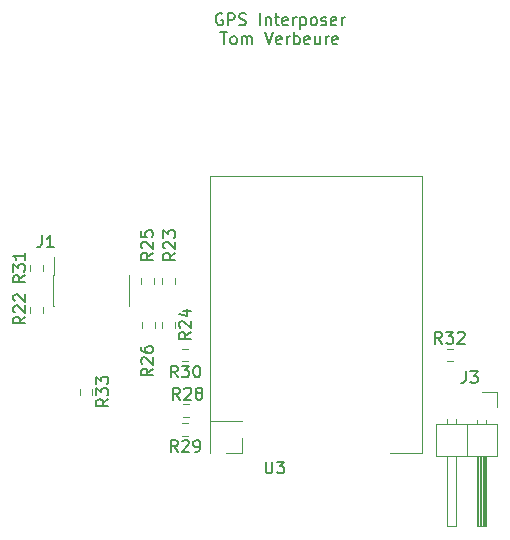
<source format=gbr>
%TF.GenerationSoftware,KiCad,Pcbnew,8.0.1-8.0.1-1~ubuntu22.04.1*%
%TF.CreationDate,2024-04-08T23:00:13-07:00*%
%TF.ProjectId,gps_interposer,6770735f-696e-4746-9572-706f7365722e,rev?*%
%TF.SameCoordinates,Original*%
%TF.FileFunction,Legend,Top*%
%TF.FilePolarity,Positive*%
%FSLAX46Y46*%
G04 Gerber Fmt 4.6, Leading zero omitted, Abs format (unit mm)*
G04 Created by KiCad (PCBNEW 8.0.1-8.0.1-1~ubuntu22.04.1) date 2024-04-08 23:00:13*
%MOMM*%
%LPD*%
G01*
G04 APERTURE LIST*
%ADD10C,0.150000*%
%ADD11C,0.120000*%
G04 APERTURE END LIST*
D10*
X185742856Y-77407494D02*
X185647618Y-77359875D01*
X185647618Y-77359875D02*
X185504761Y-77359875D01*
X185504761Y-77359875D02*
X185361904Y-77407494D01*
X185361904Y-77407494D02*
X185266666Y-77502732D01*
X185266666Y-77502732D02*
X185219047Y-77597970D01*
X185219047Y-77597970D02*
X185171428Y-77788446D01*
X185171428Y-77788446D02*
X185171428Y-77931303D01*
X185171428Y-77931303D02*
X185219047Y-78121779D01*
X185219047Y-78121779D02*
X185266666Y-78217017D01*
X185266666Y-78217017D02*
X185361904Y-78312256D01*
X185361904Y-78312256D02*
X185504761Y-78359875D01*
X185504761Y-78359875D02*
X185599999Y-78359875D01*
X185599999Y-78359875D02*
X185742856Y-78312256D01*
X185742856Y-78312256D02*
X185790475Y-78264636D01*
X185790475Y-78264636D02*
X185790475Y-77931303D01*
X185790475Y-77931303D02*
X185599999Y-77931303D01*
X186219047Y-78359875D02*
X186219047Y-77359875D01*
X186219047Y-77359875D02*
X186599999Y-77359875D01*
X186599999Y-77359875D02*
X186695237Y-77407494D01*
X186695237Y-77407494D02*
X186742856Y-77455113D01*
X186742856Y-77455113D02*
X186790475Y-77550351D01*
X186790475Y-77550351D02*
X186790475Y-77693208D01*
X186790475Y-77693208D02*
X186742856Y-77788446D01*
X186742856Y-77788446D02*
X186695237Y-77836065D01*
X186695237Y-77836065D02*
X186599999Y-77883684D01*
X186599999Y-77883684D02*
X186219047Y-77883684D01*
X187171428Y-78312256D02*
X187314285Y-78359875D01*
X187314285Y-78359875D02*
X187552380Y-78359875D01*
X187552380Y-78359875D02*
X187647618Y-78312256D01*
X187647618Y-78312256D02*
X187695237Y-78264636D01*
X187695237Y-78264636D02*
X187742856Y-78169398D01*
X187742856Y-78169398D02*
X187742856Y-78074160D01*
X187742856Y-78074160D02*
X187695237Y-77978922D01*
X187695237Y-77978922D02*
X187647618Y-77931303D01*
X187647618Y-77931303D02*
X187552380Y-77883684D01*
X187552380Y-77883684D02*
X187361904Y-77836065D01*
X187361904Y-77836065D02*
X187266666Y-77788446D01*
X187266666Y-77788446D02*
X187219047Y-77740827D01*
X187219047Y-77740827D02*
X187171428Y-77645589D01*
X187171428Y-77645589D02*
X187171428Y-77550351D01*
X187171428Y-77550351D02*
X187219047Y-77455113D01*
X187219047Y-77455113D02*
X187266666Y-77407494D01*
X187266666Y-77407494D02*
X187361904Y-77359875D01*
X187361904Y-77359875D02*
X187599999Y-77359875D01*
X187599999Y-77359875D02*
X187742856Y-77407494D01*
X188933333Y-78359875D02*
X188933333Y-77359875D01*
X189409523Y-77693208D02*
X189409523Y-78359875D01*
X189409523Y-77788446D02*
X189457142Y-77740827D01*
X189457142Y-77740827D02*
X189552380Y-77693208D01*
X189552380Y-77693208D02*
X189695237Y-77693208D01*
X189695237Y-77693208D02*
X189790475Y-77740827D01*
X189790475Y-77740827D02*
X189838094Y-77836065D01*
X189838094Y-77836065D02*
X189838094Y-78359875D01*
X190171428Y-77693208D02*
X190552380Y-77693208D01*
X190314285Y-77359875D02*
X190314285Y-78217017D01*
X190314285Y-78217017D02*
X190361904Y-78312256D01*
X190361904Y-78312256D02*
X190457142Y-78359875D01*
X190457142Y-78359875D02*
X190552380Y-78359875D01*
X191266666Y-78312256D02*
X191171428Y-78359875D01*
X191171428Y-78359875D02*
X190980952Y-78359875D01*
X190980952Y-78359875D02*
X190885714Y-78312256D01*
X190885714Y-78312256D02*
X190838095Y-78217017D01*
X190838095Y-78217017D02*
X190838095Y-77836065D01*
X190838095Y-77836065D02*
X190885714Y-77740827D01*
X190885714Y-77740827D02*
X190980952Y-77693208D01*
X190980952Y-77693208D02*
X191171428Y-77693208D01*
X191171428Y-77693208D02*
X191266666Y-77740827D01*
X191266666Y-77740827D02*
X191314285Y-77836065D01*
X191314285Y-77836065D02*
X191314285Y-77931303D01*
X191314285Y-77931303D02*
X190838095Y-78026541D01*
X191742857Y-78359875D02*
X191742857Y-77693208D01*
X191742857Y-77883684D02*
X191790476Y-77788446D01*
X191790476Y-77788446D02*
X191838095Y-77740827D01*
X191838095Y-77740827D02*
X191933333Y-77693208D01*
X191933333Y-77693208D02*
X192028571Y-77693208D01*
X192361905Y-77693208D02*
X192361905Y-78693208D01*
X192361905Y-77740827D02*
X192457143Y-77693208D01*
X192457143Y-77693208D02*
X192647619Y-77693208D01*
X192647619Y-77693208D02*
X192742857Y-77740827D01*
X192742857Y-77740827D02*
X192790476Y-77788446D01*
X192790476Y-77788446D02*
X192838095Y-77883684D01*
X192838095Y-77883684D02*
X192838095Y-78169398D01*
X192838095Y-78169398D02*
X192790476Y-78264636D01*
X192790476Y-78264636D02*
X192742857Y-78312256D01*
X192742857Y-78312256D02*
X192647619Y-78359875D01*
X192647619Y-78359875D02*
X192457143Y-78359875D01*
X192457143Y-78359875D02*
X192361905Y-78312256D01*
X193409524Y-78359875D02*
X193314286Y-78312256D01*
X193314286Y-78312256D02*
X193266667Y-78264636D01*
X193266667Y-78264636D02*
X193219048Y-78169398D01*
X193219048Y-78169398D02*
X193219048Y-77883684D01*
X193219048Y-77883684D02*
X193266667Y-77788446D01*
X193266667Y-77788446D02*
X193314286Y-77740827D01*
X193314286Y-77740827D02*
X193409524Y-77693208D01*
X193409524Y-77693208D02*
X193552381Y-77693208D01*
X193552381Y-77693208D02*
X193647619Y-77740827D01*
X193647619Y-77740827D02*
X193695238Y-77788446D01*
X193695238Y-77788446D02*
X193742857Y-77883684D01*
X193742857Y-77883684D02*
X193742857Y-78169398D01*
X193742857Y-78169398D02*
X193695238Y-78264636D01*
X193695238Y-78264636D02*
X193647619Y-78312256D01*
X193647619Y-78312256D02*
X193552381Y-78359875D01*
X193552381Y-78359875D02*
X193409524Y-78359875D01*
X194123810Y-78312256D02*
X194219048Y-78359875D01*
X194219048Y-78359875D02*
X194409524Y-78359875D01*
X194409524Y-78359875D02*
X194504762Y-78312256D01*
X194504762Y-78312256D02*
X194552381Y-78217017D01*
X194552381Y-78217017D02*
X194552381Y-78169398D01*
X194552381Y-78169398D02*
X194504762Y-78074160D01*
X194504762Y-78074160D02*
X194409524Y-78026541D01*
X194409524Y-78026541D02*
X194266667Y-78026541D01*
X194266667Y-78026541D02*
X194171429Y-77978922D01*
X194171429Y-77978922D02*
X194123810Y-77883684D01*
X194123810Y-77883684D02*
X194123810Y-77836065D01*
X194123810Y-77836065D02*
X194171429Y-77740827D01*
X194171429Y-77740827D02*
X194266667Y-77693208D01*
X194266667Y-77693208D02*
X194409524Y-77693208D01*
X194409524Y-77693208D02*
X194504762Y-77740827D01*
X195361905Y-78312256D02*
X195266667Y-78359875D01*
X195266667Y-78359875D02*
X195076191Y-78359875D01*
X195076191Y-78359875D02*
X194980953Y-78312256D01*
X194980953Y-78312256D02*
X194933334Y-78217017D01*
X194933334Y-78217017D02*
X194933334Y-77836065D01*
X194933334Y-77836065D02*
X194980953Y-77740827D01*
X194980953Y-77740827D02*
X195076191Y-77693208D01*
X195076191Y-77693208D02*
X195266667Y-77693208D01*
X195266667Y-77693208D02*
X195361905Y-77740827D01*
X195361905Y-77740827D02*
X195409524Y-77836065D01*
X195409524Y-77836065D02*
X195409524Y-77931303D01*
X195409524Y-77931303D02*
X194933334Y-78026541D01*
X195838096Y-78359875D02*
X195838096Y-77693208D01*
X195838096Y-77883684D02*
X195885715Y-77788446D01*
X195885715Y-77788446D02*
X195933334Y-77740827D01*
X195933334Y-77740827D02*
X196028572Y-77693208D01*
X196028572Y-77693208D02*
X196123810Y-77693208D01*
X185576190Y-78969819D02*
X186147618Y-78969819D01*
X185861904Y-79969819D02*
X185861904Y-78969819D01*
X186623809Y-79969819D02*
X186528571Y-79922200D01*
X186528571Y-79922200D02*
X186480952Y-79874580D01*
X186480952Y-79874580D02*
X186433333Y-79779342D01*
X186433333Y-79779342D02*
X186433333Y-79493628D01*
X186433333Y-79493628D02*
X186480952Y-79398390D01*
X186480952Y-79398390D02*
X186528571Y-79350771D01*
X186528571Y-79350771D02*
X186623809Y-79303152D01*
X186623809Y-79303152D02*
X186766666Y-79303152D01*
X186766666Y-79303152D02*
X186861904Y-79350771D01*
X186861904Y-79350771D02*
X186909523Y-79398390D01*
X186909523Y-79398390D02*
X186957142Y-79493628D01*
X186957142Y-79493628D02*
X186957142Y-79779342D01*
X186957142Y-79779342D02*
X186909523Y-79874580D01*
X186909523Y-79874580D02*
X186861904Y-79922200D01*
X186861904Y-79922200D02*
X186766666Y-79969819D01*
X186766666Y-79969819D02*
X186623809Y-79969819D01*
X187385714Y-79969819D02*
X187385714Y-79303152D01*
X187385714Y-79398390D02*
X187433333Y-79350771D01*
X187433333Y-79350771D02*
X187528571Y-79303152D01*
X187528571Y-79303152D02*
X187671428Y-79303152D01*
X187671428Y-79303152D02*
X187766666Y-79350771D01*
X187766666Y-79350771D02*
X187814285Y-79446009D01*
X187814285Y-79446009D02*
X187814285Y-79969819D01*
X187814285Y-79446009D02*
X187861904Y-79350771D01*
X187861904Y-79350771D02*
X187957142Y-79303152D01*
X187957142Y-79303152D02*
X188099999Y-79303152D01*
X188099999Y-79303152D02*
X188195238Y-79350771D01*
X188195238Y-79350771D02*
X188242857Y-79446009D01*
X188242857Y-79446009D02*
X188242857Y-79969819D01*
X189338095Y-78969819D02*
X189671428Y-79969819D01*
X189671428Y-79969819D02*
X190004761Y-78969819D01*
X190719047Y-79922200D02*
X190623809Y-79969819D01*
X190623809Y-79969819D02*
X190433333Y-79969819D01*
X190433333Y-79969819D02*
X190338095Y-79922200D01*
X190338095Y-79922200D02*
X190290476Y-79826961D01*
X190290476Y-79826961D02*
X190290476Y-79446009D01*
X190290476Y-79446009D02*
X190338095Y-79350771D01*
X190338095Y-79350771D02*
X190433333Y-79303152D01*
X190433333Y-79303152D02*
X190623809Y-79303152D01*
X190623809Y-79303152D02*
X190719047Y-79350771D01*
X190719047Y-79350771D02*
X190766666Y-79446009D01*
X190766666Y-79446009D02*
X190766666Y-79541247D01*
X190766666Y-79541247D02*
X190290476Y-79636485D01*
X191195238Y-79969819D02*
X191195238Y-79303152D01*
X191195238Y-79493628D02*
X191242857Y-79398390D01*
X191242857Y-79398390D02*
X191290476Y-79350771D01*
X191290476Y-79350771D02*
X191385714Y-79303152D01*
X191385714Y-79303152D02*
X191480952Y-79303152D01*
X191814286Y-79969819D02*
X191814286Y-78969819D01*
X191814286Y-79350771D02*
X191909524Y-79303152D01*
X191909524Y-79303152D02*
X192100000Y-79303152D01*
X192100000Y-79303152D02*
X192195238Y-79350771D01*
X192195238Y-79350771D02*
X192242857Y-79398390D01*
X192242857Y-79398390D02*
X192290476Y-79493628D01*
X192290476Y-79493628D02*
X192290476Y-79779342D01*
X192290476Y-79779342D02*
X192242857Y-79874580D01*
X192242857Y-79874580D02*
X192195238Y-79922200D01*
X192195238Y-79922200D02*
X192100000Y-79969819D01*
X192100000Y-79969819D02*
X191909524Y-79969819D01*
X191909524Y-79969819D02*
X191814286Y-79922200D01*
X193100000Y-79922200D02*
X193004762Y-79969819D01*
X193004762Y-79969819D02*
X192814286Y-79969819D01*
X192814286Y-79969819D02*
X192719048Y-79922200D01*
X192719048Y-79922200D02*
X192671429Y-79826961D01*
X192671429Y-79826961D02*
X192671429Y-79446009D01*
X192671429Y-79446009D02*
X192719048Y-79350771D01*
X192719048Y-79350771D02*
X192814286Y-79303152D01*
X192814286Y-79303152D02*
X193004762Y-79303152D01*
X193004762Y-79303152D02*
X193100000Y-79350771D01*
X193100000Y-79350771D02*
X193147619Y-79446009D01*
X193147619Y-79446009D02*
X193147619Y-79541247D01*
X193147619Y-79541247D02*
X192671429Y-79636485D01*
X194004762Y-79303152D02*
X194004762Y-79969819D01*
X193576191Y-79303152D02*
X193576191Y-79826961D01*
X193576191Y-79826961D02*
X193623810Y-79922200D01*
X193623810Y-79922200D02*
X193719048Y-79969819D01*
X193719048Y-79969819D02*
X193861905Y-79969819D01*
X193861905Y-79969819D02*
X193957143Y-79922200D01*
X193957143Y-79922200D02*
X194004762Y-79874580D01*
X194480953Y-79969819D02*
X194480953Y-79303152D01*
X194480953Y-79493628D02*
X194528572Y-79398390D01*
X194528572Y-79398390D02*
X194576191Y-79350771D01*
X194576191Y-79350771D02*
X194671429Y-79303152D01*
X194671429Y-79303152D02*
X194766667Y-79303152D01*
X195480953Y-79922200D02*
X195385715Y-79969819D01*
X195385715Y-79969819D02*
X195195239Y-79969819D01*
X195195239Y-79969819D02*
X195100001Y-79922200D01*
X195100001Y-79922200D02*
X195052382Y-79826961D01*
X195052382Y-79826961D02*
X195052382Y-79446009D01*
X195052382Y-79446009D02*
X195100001Y-79350771D01*
X195100001Y-79350771D02*
X195195239Y-79303152D01*
X195195239Y-79303152D02*
X195385715Y-79303152D01*
X195385715Y-79303152D02*
X195480953Y-79350771D01*
X195480953Y-79350771D02*
X195528572Y-79446009D01*
X195528572Y-79446009D02*
X195528572Y-79541247D01*
X195528572Y-79541247D02*
X195052382Y-79636485D01*
X181969642Y-114484819D02*
X181636309Y-114008628D01*
X181398214Y-114484819D02*
X181398214Y-113484819D01*
X181398214Y-113484819D02*
X181779166Y-113484819D01*
X181779166Y-113484819D02*
X181874404Y-113532438D01*
X181874404Y-113532438D02*
X181922023Y-113580057D01*
X181922023Y-113580057D02*
X181969642Y-113675295D01*
X181969642Y-113675295D02*
X181969642Y-113818152D01*
X181969642Y-113818152D02*
X181922023Y-113913390D01*
X181922023Y-113913390D02*
X181874404Y-113961009D01*
X181874404Y-113961009D02*
X181779166Y-114008628D01*
X181779166Y-114008628D02*
X181398214Y-114008628D01*
X182350595Y-113580057D02*
X182398214Y-113532438D01*
X182398214Y-113532438D02*
X182493452Y-113484819D01*
X182493452Y-113484819D02*
X182731547Y-113484819D01*
X182731547Y-113484819D02*
X182826785Y-113532438D01*
X182826785Y-113532438D02*
X182874404Y-113580057D01*
X182874404Y-113580057D02*
X182922023Y-113675295D01*
X182922023Y-113675295D02*
X182922023Y-113770533D01*
X182922023Y-113770533D02*
X182874404Y-113913390D01*
X182874404Y-113913390D02*
X182302976Y-114484819D01*
X182302976Y-114484819D02*
X182922023Y-114484819D01*
X183398214Y-114484819D02*
X183588690Y-114484819D01*
X183588690Y-114484819D02*
X183683928Y-114437200D01*
X183683928Y-114437200D02*
X183731547Y-114389580D01*
X183731547Y-114389580D02*
X183826785Y-114246723D01*
X183826785Y-114246723D02*
X183874404Y-114056247D01*
X183874404Y-114056247D02*
X183874404Y-113675295D01*
X183874404Y-113675295D02*
X183826785Y-113580057D01*
X183826785Y-113580057D02*
X183779166Y-113532438D01*
X183779166Y-113532438D02*
X183683928Y-113484819D01*
X183683928Y-113484819D02*
X183493452Y-113484819D01*
X183493452Y-113484819D02*
X183398214Y-113532438D01*
X183398214Y-113532438D02*
X183350595Y-113580057D01*
X183350595Y-113580057D02*
X183302976Y-113675295D01*
X183302976Y-113675295D02*
X183302976Y-113913390D01*
X183302976Y-113913390D02*
X183350595Y-114008628D01*
X183350595Y-114008628D02*
X183398214Y-114056247D01*
X183398214Y-114056247D02*
X183493452Y-114103866D01*
X183493452Y-114103866D02*
X183683928Y-114103866D01*
X183683928Y-114103866D02*
X183779166Y-114056247D01*
X183779166Y-114056247D02*
X183826785Y-114008628D01*
X183826785Y-114008628D02*
X183874404Y-113913390D01*
X204344642Y-105324819D02*
X204011309Y-104848628D01*
X203773214Y-105324819D02*
X203773214Y-104324819D01*
X203773214Y-104324819D02*
X204154166Y-104324819D01*
X204154166Y-104324819D02*
X204249404Y-104372438D01*
X204249404Y-104372438D02*
X204297023Y-104420057D01*
X204297023Y-104420057D02*
X204344642Y-104515295D01*
X204344642Y-104515295D02*
X204344642Y-104658152D01*
X204344642Y-104658152D02*
X204297023Y-104753390D01*
X204297023Y-104753390D02*
X204249404Y-104801009D01*
X204249404Y-104801009D02*
X204154166Y-104848628D01*
X204154166Y-104848628D02*
X203773214Y-104848628D01*
X204677976Y-104324819D02*
X205297023Y-104324819D01*
X205297023Y-104324819D02*
X204963690Y-104705771D01*
X204963690Y-104705771D02*
X205106547Y-104705771D01*
X205106547Y-104705771D02*
X205201785Y-104753390D01*
X205201785Y-104753390D02*
X205249404Y-104801009D01*
X205249404Y-104801009D02*
X205297023Y-104896247D01*
X205297023Y-104896247D02*
X205297023Y-105134342D01*
X205297023Y-105134342D02*
X205249404Y-105229580D01*
X205249404Y-105229580D02*
X205201785Y-105277200D01*
X205201785Y-105277200D02*
X205106547Y-105324819D01*
X205106547Y-105324819D02*
X204820833Y-105324819D01*
X204820833Y-105324819D02*
X204725595Y-105277200D01*
X204725595Y-105277200D02*
X204677976Y-105229580D01*
X205677976Y-104420057D02*
X205725595Y-104372438D01*
X205725595Y-104372438D02*
X205820833Y-104324819D01*
X205820833Y-104324819D02*
X206058928Y-104324819D01*
X206058928Y-104324819D02*
X206154166Y-104372438D01*
X206154166Y-104372438D02*
X206201785Y-104420057D01*
X206201785Y-104420057D02*
X206249404Y-104515295D01*
X206249404Y-104515295D02*
X206249404Y-104610533D01*
X206249404Y-104610533D02*
X206201785Y-104753390D01*
X206201785Y-104753390D02*
X205630357Y-105324819D01*
X205630357Y-105324819D02*
X206249404Y-105324819D01*
X182157142Y-110054819D02*
X181823809Y-109578628D01*
X181585714Y-110054819D02*
X181585714Y-109054819D01*
X181585714Y-109054819D02*
X181966666Y-109054819D01*
X181966666Y-109054819D02*
X182061904Y-109102438D01*
X182061904Y-109102438D02*
X182109523Y-109150057D01*
X182109523Y-109150057D02*
X182157142Y-109245295D01*
X182157142Y-109245295D02*
X182157142Y-109388152D01*
X182157142Y-109388152D02*
X182109523Y-109483390D01*
X182109523Y-109483390D02*
X182061904Y-109531009D01*
X182061904Y-109531009D02*
X181966666Y-109578628D01*
X181966666Y-109578628D02*
X181585714Y-109578628D01*
X182538095Y-109150057D02*
X182585714Y-109102438D01*
X182585714Y-109102438D02*
X182680952Y-109054819D01*
X182680952Y-109054819D02*
X182919047Y-109054819D01*
X182919047Y-109054819D02*
X183014285Y-109102438D01*
X183014285Y-109102438D02*
X183061904Y-109150057D01*
X183061904Y-109150057D02*
X183109523Y-109245295D01*
X183109523Y-109245295D02*
X183109523Y-109340533D01*
X183109523Y-109340533D02*
X183061904Y-109483390D01*
X183061904Y-109483390D02*
X182490476Y-110054819D01*
X182490476Y-110054819D02*
X183109523Y-110054819D01*
X183680952Y-109483390D02*
X183585714Y-109435771D01*
X183585714Y-109435771D02*
X183538095Y-109388152D01*
X183538095Y-109388152D02*
X183490476Y-109292914D01*
X183490476Y-109292914D02*
X183490476Y-109245295D01*
X183490476Y-109245295D02*
X183538095Y-109150057D01*
X183538095Y-109150057D02*
X183585714Y-109102438D01*
X183585714Y-109102438D02*
X183680952Y-109054819D01*
X183680952Y-109054819D02*
X183871428Y-109054819D01*
X183871428Y-109054819D02*
X183966666Y-109102438D01*
X183966666Y-109102438D02*
X184014285Y-109150057D01*
X184014285Y-109150057D02*
X184061904Y-109245295D01*
X184061904Y-109245295D02*
X184061904Y-109292914D01*
X184061904Y-109292914D02*
X184014285Y-109388152D01*
X184014285Y-109388152D02*
X183966666Y-109435771D01*
X183966666Y-109435771D02*
X183871428Y-109483390D01*
X183871428Y-109483390D02*
X183680952Y-109483390D01*
X183680952Y-109483390D02*
X183585714Y-109531009D01*
X183585714Y-109531009D02*
X183538095Y-109578628D01*
X183538095Y-109578628D02*
X183490476Y-109673866D01*
X183490476Y-109673866D02*
X183490476Y-109864342D01*
X183490476Y-109864342D02*
X183538095Y-109959580D01*
X183538095Y-109959580D02*
X183585714Y-110007200D01*
X183585714Y-110007200D02*
X183680952Y-110054819D01*
X183680952Y-110054819D02*
X183871428Y-110054819D01*
X183871428Y-110054819D02*
X183966666Y-110007200D01*
X183966666Y-110007200D02*
X184014285Y-109959580D01*
X184014285Y-109959580D02*
X184061904Y-109864342D01*
X184061904Y-109864342D02*
X184061904Y-109673866D01*
X184061904Y-109673866D02*
X184014285Y-109578628D01*
X184014285Y-109578628D02*
X183966666Y-109531009D01*
X183966666Y-109531009D02*
X183871428Y-109483390D01*
X179854819Y-97642857D02*
X179378628Y-97976190D01*
X179854819Y-98214285D02*
X178854819Y-98214285D01*
X178854819Y-98214285D02*
X178854819Y-97833333D01*
X178854819Y-97833333D02*
X178902438Y-97738095D01*
X178902438Y-97738095D02*
X178950057Y-97690476D01*
X178950057Y-97690476D02*
X179045295Y-97642857D01*
X179045295Y-97642857D02*
X179188152Y-97642857D01*
X179188152Y-97642857D02*
X179283390Y-97690476D01*
X179283390Y-97690476D02*
X179331009Y-97738095D01*
X179331009Y-97738095D02*
X179378628Y-97833333D01*
X179378628Y-97833333D02*
X179378628Y-98214285D01*
X178950057Y-97261904D02*
X178902438Y-97214285D01*
X178902438Y-97214285D02*
X178854819Y-97119047D01*
X178854819Y-97119047D02*
X178854819Y-96880952D01*
X178854819Y-96880952D02*
X178902438Y-96785714D01*
X178902438Y-96785714D02*
X178950057Y-96738095D01*
X178950057Y-96738095D02*
X179045295Y-96690476D01*
X179045295Y-96690476D02*
X179140533Y-96690476D01*
X179140533Y-96690476D02*
X179283390Y-96738095D01*
X179283390Y-96738095D02*
X179854819Y-97309523D01*
X179854819Y-97309523D02*
X179854819Y-96690476D01*
X178854819Y-95785714D02*
X178854819Y-96261904D01*
X178854819Y-96261904D02*
X179331009Y-96309523D01*
X179331009Y-96309523D02*
X179283390Y-96261904D01*
X179283390Y-96261904D02*
X179235771Y-96166666D01*
X179235771Y-96166666D02*
X179235771Y-95928571D01*
X179235771Y-95928571D02*
X179283390Y-95833333D01*
X179283390Y-95833333D02*
X179331009Y-95785714D01*
X179331009Y-95785714D02*
X179426247Y-95738095D01*
X179426247Y-95738095D02*
X179664342Y-95738095D01*
X179664342Y-95738095D02*
X179759580Y-95785714D01*
X179759580Y-95785714D02*
X179807200Y-95833333D01*
X179807200Y-95833333D02*
X179854819Y-95928571D01*
X179854819Y-95928571D02*
X179854819Y-96166666D01*
X179854819Y-96166666D02*
X179807200Y-96261904D01*
X179807200Y-96261904D02*
X179759580Y-96309523D01*
X169024819Y-99555357D02*
X168548628Y-99888690D01*
X169024819Y-100126785D02*
X168024819Y-100126785D01*
X168024819Y-100126785D02*
X168024819Y-99745833D01*
X168024819Y-99745833D02*
X168072438Y-99650595D01*
X168072438Y-99650595D02*
X168120057Y-99602976D01*
X168120057Y-99602976D02*
X168215295Y-99555357D01*
X168215295Y-99555357D02*
X168358152Y-99555357D01*
X168358152Y-99555357D02*
X168453390Y-99602976D01*
X168453390Y-99602976D02*
X168501009Y-99650595D01*
X168501009Y-99650595D02*
X168548628Y-99745833D01*
X168548628Y-99745833D02*
X168548628Y-100126785D01*
X168024819Y-99222023D02*
X168024819Y-98602976D01*
X168024819Y-98602976D02*
X168405771Y-98936309D01*
X168405771Y-98936309D02*
X168405771Y-98793452D01*
X168405771Y-98793452D02*
X168453390Y-98698214D01*
X168453390Y-98698214D02*
X168501009Y-98650595D01*
X168501009Y-98650595D02*
X168596247Y-98602976D01*
X168596247Y-98602976D02*
X168834342Y-98602976D01*
X168834342Y-98602976D02*
X168929580Y-98650595D01*
X168929580Y-98650595D02*
X168977200Y-98698214D01*
X168977200Y-98698214D02*
X169024819Y-98793452D01*
X169024819Y-98793452D02*
X169024819Y-99079166D01*
X169024819Y-99079166D02*
X168977200Y-99174404D01*
X168977200Y-99174404D02*
X168929580Y-99222023D01*
X169024819Y-97650595D02*
X169024819Y-98222023D01*
X169024819Y-97936309D02*
X168024819Y-97936309D01*
X168024819Y-97936309D02*
X168167676Y-98031547D01*
X168167676Y-98031547D02*
X168262914Y-98126785D01*
X168262914Y-98126785D02*
X168310533Y-98222023D01*
X169054819Y-103042857D02*
X168578628Y-103376190D01*
X169054819Y-103614285D02*
X168054819Y-103614285D01*
X168054819Y-103614285D02*
X168054819Y-103233333D01*
X168054819Y-103233333D02*
X168102438Y-103138095D01*
X168102438Y-103138095D02*
X168150057Y-103090476D01*
X168150057Y-103090476D02*
X168245295Y-103042857D01*
X168245295Y-103042857D02*
X168388152Y-103042857D01*
X168388152Y-103042857D02*
X168483390Y-103090476D01*
X168483390Y-103090476D02*
X168531009Y-103138095D01*
X168531009Y-103138095D02*
X168578628Y-103233333D01*
X168578628Y-103233333D02*
X168578628Y-103614285D01*
X168150057Y-102661904D02*
X168102438Y-102614285D01*
X168102438Y-102614285D02*
X168054819Y-102519047D01*
X168054819Y-102519047D02*
X168054819Y-102280952D01*
X168054819Y-102280952D02*
X168102438Y-102185714D01*
X168102438Y-102185714D02*
X168150057Y-102138095D01*
X168150057Y-102138095D02*
X168245295Y-102090476D01*
X168245295Y-102090476D02*
X168340533Y-102090476D01*
X168340533Y-102090476D02*
X168483390Y-102138095D01*
X168483390Y-102138095D02*
X169054819Y-102709523D01*
X169054819Y-102709523D02*
X169054819Y-102090476D01*
X168150057Y-101709523D02*
X168102438Y-101661904D01*
X168102438Y-101661904D02*
X168054819Y-101566666D01*
X168054819Y-101566666D02*
X168054819Y-101328571D01*
X168054819Y-101328571D02*
X168102438Y-101233333D01*
X168102438Y-101233333D02*
X168150057Y-101185714D01*
X168150057Y-101185714D02*
X168245295Y-101138095D01*
X168245295Y-101138095D02*
X168340533Y-101138095D01*
X168340533Y-101138095D02*
X168483390Y-101185714D01*
X168483390Y-101185714D02*
X169054819Y-101757142D01*
X169054819Y-101757142D02*
X169054819Y-101138095D01*
X181969642Y-108184819D02*
X181636309Y-107708628D01*
X181398214Y-108184819D02*
X181398214Y-107184819D01*
X181398214Y-107184819D02*
X181779166Y-107184819D01*
X181779166Y-107184819D02*
X181874404Y-107232438D01*
X181874404Y-107232438D02*
X181922023Y-107280057D01*
X181922023Y-107280057D02*
X181969642Y-107375295D01*
X181969642Y-107375295D02*
X181969642Y-107518152D01*
X181969642Y-107518152D02*
X181922023Y-107613390D01*
X181922023Y-107613390D02*
X181874404Y-107661009D01*
X181874404Y-107661009D02*
X181779166Y-107708628D01*
X181779166Y-107708628D02*
X181398214Y-107708628D01*
X182302976Y-107184819D02*
X182922023Y-107184819D01*
X182922023Y-107184819D02*
X182588690Y-107565771D01*
X182588690Y-107565771D02*
X182731547Y-107565771D01*
X182731547Y-107565771D02*
X182826785Y-107613390D01*
X182826785Y-107613390D02*
X182874404Y-107661009D01*
X182874404Y-107661009D02*
X182922023Y-107756247D01*
X182922023Y-107756247D02*
X182922023Y-107994342D01*
X182922023Y-107994342D02*
X182874404Y-108089580D01*
X182874404Y-108089580D02*
X182826785Y-108137200D01*
X182826785Y-108137200D02*
X182731547Y-108184819D01*
X182731547Y-108184819D02*
X182445833Y-108184819D01*
X182445833Y-108184819D02*
X182350595Y-108137200D01*
X182350595Y-108137200D02*
X182302976Y-108089580D01*
X183541071Y-107184819D02*
X183636309Y-107184819D01*
X183636309Y-107184819D02*
X183731547Y-107232438D01*
X183731547Y-107232438D02*
X183779166Y-107280057D01*
X183779166Y-107280057D02*
X183826785Y-107375295D01*
X183826785Y-107375295D02*
X183874404Y-107565771D01*
X183874404Y-107565771D02*
X183874404Y-107803866D01*
X183874404Y-107803866D02*
X183826785Y-107994342D01*
X183826785Y-107994342D02*
X183779166Y-108089580D01*
X183779166Y-108089580D02*
X183731547Y-108137200D01*
X183731547Y-108137200D02*
X183636309Y-108184819D01*
X183636309Y-108184819D02*
X183541071Y-108184819D01*
X183541071Y-108184819D02*
X183445833Y-108137200D01*
X183445833Y-108137200D02*
X183398214Y-108089580D01*
X183398214Y-108089580D02*
X183350595Y-107994342D01*
X183350595Y-107994342D02*
X183302976Y-107803866D01*
X183302976Y-107803866D02*
X183302976Y-107565771D01*
X183302976Y-107565771D02*
X183350595Y-107375295D01*
X183350595Y-107375295D02*
X183398214Y-107280057D01*
X183398214Y-107280057D02*
X183445833Y-107232438D01*
X183445833Y-107232438D02*
X183541071Y-107184819D01*
X181754819Y-97642857D02*
X181278628Y-97976190D01*
X181754819Y-98214285D02*
X180754819Y-98214285D01*
X180754819Y-98214285D02*
X180754819Y-97833333D01*
X180754819Y-97833333D02*
X180802438Y-97738095D01*
X180802438Y-97738095D02*
X180850057Y-97690476D01*
X180850057Y-97690476D02*
X180945295Y-97642857D01*
X180945295Y-97642857D02*
X181088152Y-97642857D01*
X181088152Y-97642857D02*
X181183390Y-97690476D01*
X181183390Y-97690476D02*
X181231009Y-97738095D01*
X181231009Y-97738095D02*
X181278628Y-97833333D01*
X181278628Y-97833333D02*
X181278628Y-98214285D01*
X180850057Y-97261904D02*
X180802438Y-97214285D01*
X180802438Y-97214285D02*
X180754819Y-97119047D01*
X180754819Y-97119047D02*
X180754819Y-96880952D01*
X180754819Y-96880952D02*
X180802438Y-96785714D01*
X180802438Y-96785714D02*
X180850057Y-96738095D01*
X180850057Y-96738095D02*
X180945295Y-96690476D01*
X180945295Y-96690476D02*
X181040533Y-96690476D01*
X181040533Y-96690476D02*
X181183390Y-96738095D01*
X181183390Y-96738095D02*
X181754819Y-97309523D01*
X181754819Y-97309523D02*
X181754819Y-96690476D01*
X180754819Y-96357142D02*
X180754819Y-95738095D01*
X180754819Y-95738095D02*
X181135771Y-96071428D01*
X181135771Y-96071428D02*
X181135771Y-95928571D01*
X181135771Y-95928571D02*
X181183390Y-95833333D01*
X181183390Y-95833333D02*
X181231009Y-95785714D01*
X181231009Y-95785714D02*
X181326247Y-95738095D01*
X181326247Y-95738095D02*
X181564342Y-95738095D01*
X181564342Y-95738095D02*
X181659580Y-95785714D01*
X181659580Y-95785714D02*
X181707200Y-95833333D01*
X181707200Y-95833333D02*
X181754819Y-95928571D01*
X181754819Y-95928571D02*
X181754819Y-96214285D01*
X181754819Y-96214285D02*
X181707200Y-96309523D01*
X181707200Y-96309523D02*
X181659580Y-96357142D01*
X206366666Y-107654819D02*
X206366666Y-108369104D01*
X206366666Y-108369104D02*
X206319047Y-108511961D01*
X206319047Y-108511961D02*
X206223809Y-108607200D01*
X206223809Y-108607200D02*
X206080952Y-108654819D01*
X206080952Y-108654819D02*
X205985714Y-108654819D01*
X206747619Y-107654819D02*
X207366666Y-107654819D01*
X207366666Y-107654819D02*
X207033333Y-108035771D01*
X207033333Y-108035771D02*
X207176190Y-108035771D01*
X207176190Y-108035771D02*
X207271428Y-108083390D01*
X207271428Y-108083390D02*
X207319047Y-108131009D01*
X207319047Y-108131009D02*
X207366666Y-108226247D01*
X207366666Y-108226247D02*
X207366666Y-108464342D01*
X207366666Y-108464342D02*
X207319047Y-108559580D01*
X207319047Y-108559580D02*
X207271428Y-108607200D01*
X207271428Y-108607200D02*
X207176190Y-108654819D01*
X207176190Y-108654819D02*
X206890476Y-108654819D01*
X206890476Y-108654819D02*
X206795238Y-108607200D01*
X206795238Y-108607200D02*
X206747619Y-108559580D01*
X176084819Y-110030357D02*
X175608628Y-110363690D01*
X176084819Y-110601785D02*
X175084819Y-110601785D01*
X175084819Y-110601785D02*
X175084819Y-110220833D01*
X175084819Y-110220833D02*
X175132438Y-110125595D01*
X175132438Y-110125595D02*
X175180057Y-110077976D01*
X175180057Y-110077976D02*
X175275295Y-110030357D01*
X175275295Y-110030357D02*
X175418152Y-110030357D01*
X175418152Y-110030357D02*
X175513390Y-110077976D01*
X175513390Y-110077976D02*
X175561009Y-110125595D01*
X175561009Y-110125595D02*
X175608628Y-110220833D01*
X175608628Y-110220833D02*
X175608628Y-110601785D01*
X175084819Y-109697023D02*
X175084819Y-109077976D01*
X175084819Y-109077976D02*
X175465771Y-109411309D01*
X175465771Y-109411309D02*
X175465771Y-109268452D01*
X175465771Y-109268452D02*
X175513390Y-109173214D01*
X175513390Y-109173214D02*
X175561009Y-109125595D01*
X175561009Y-109125595D02*
X175656247Y-109077976D01*
X175656247Y-109077976D02*
X175894342Y-109077976D01*
X175894342Y-109077976D02*
X175989580Y-109125595D01*
X175989580Y-109125595D02*
X176037200Y-109173214D01*
X176037200Y-109173214D02*
X176084819Y-109268452D01*
X176084819Y-109268452D02*
X176084819Y-109554166D01*
X176084819Y-109554166D02*
X176037200Y-109649404D01*
X176037200Y-109649404D02*
X175989580Y-109697023D01*
X175084819Y-108744642D02*
X175084819Y-108125595D01*
X175084819Y-108125595D02*
X175465771Y-108458928D01*
X175465771Y-108458928D02*
X175465771Y-108316071D01*
X175465771Y-108316071D02*
X175513390Y-108220833D01*
X175513390Y-108220833D02*
X175561009Y-108173214D01*
X175561009Y-108173214D02*
X175656247Y-108125595D01*
X175656247Y-108125595D02*
X175894342Y-108125595D01*
X175894342Y-108125595D02*
X175989580Y-108173214D01*
X175989580Y-108173214D02*
X176037200Y-108220833D01*
X176037200Y-108220833D02*
X176084819Y-108316071D01*
X176084819Y-108316071D02*
X176084819Y-108601785D01*
X176084819Y-108601785D02*
X176037200Y-108697023D01*
X176037200Y-108697023D02*
X175989580Y-108744642D01*
X170466666Y-96154819D02*
X170466666Y-96869104D01*
X170466666Y-96869104D02*
X170419047Y-97011961D01*
X170419047Y-97011961D02*
X170323809Y-97107200D01*
X170323809Y-97107200D02*
X170180952Y-97154819D01*
X170180952Y-97154819D02*
X170085714Y-97154819D01*
X171466666Y-97154819D02*
X170895238Y-97154819D01*
X171180952Y-97154819D02*
X171180952Y-96154819D01*
X171180952Y-96154819D02*
X171085714Y-96297676D01*
X171085714Y-96297676D02*
X170990476Y-96392914D01*
X170990476Y-96392914D02*
X170895238Y-96440533D01*
X189418095Y-115314819D02*
X189418095Y-116124342D01*
X189418095Y-116124342D02*
X189465714Y-116219580D01*
X189465714Y-116219580D02*
X189513333Y-116267200D01*
X189513333Y-116267200D02*
X189608571Y-116314819D01*
X189608571Y-116314819D02*
X189799047Y-116314819D01*
X189799047Y-116314819D02*
X189894285Y-116267200D01*
X189894285Y-116267200D02*
X189941904Y-116219580D01*
X189941904Y-116219580D02*
X189989523Y-116124342D01*
X189989523Y-116124342D02*
X189989523Y-115314819D01*
X190370476Y-115314819D02*
X190989523Y-115314819D01*
X190989523Y-115314819D02*
X190656190Y-115695771D01*
X190656190Y-115695771D02*
X190799047Y-115695771D01*
X190799047Y-115695771D02*
X190894285Y-115743390D01*
X190894285Y-115743390D02*
X190941904Y-115791009D01*
X190941904Y-115791009D02*
X190989523Y-115886247D01*
X190989523Y-115886247D02*
X190989523Y-116124342D01*
X190989523Y-116124342D02*
X190941904Y-116219580D01*
X190941904Y-116219580D02*
X190894285Y-116267200D01*
X190894285Y-116267200D02*
X190799047Y-116314819D01*
X190799047Y-116314819D02*
X190513333Y-116314819D01*
X190513333Y-116314819D02*
X190418095Y-116267200D01*
X190418095Y-116267200D02*
X190370476Y-116219580D01*
X179854819Y-107442857D02*
X179378628Y-107776190D01*
X179854819Y-108014285D02*
X178854819Y-108014285D01*
X178854819Y-108014285D02*
X178854819Y-107633333D01*
X178854819Y-107633333D02*
X178902438Y-107538095D01*
X178902438Y-107538095D02*
X178950057Y-107490476D01*
X178950057Y-107490476D02*
X179045295Y-107442857D01*
X179045295Y-107442857D02*
X179188152Y-107442857D01*
X179188152Y-107442857D02*
X179283390Y-107490476D01*
X179283390Y-107490476D02*
X179331009Y-107538095D01*
X179331009Y-107538095D02*
X179378628Y-107633333D01*
X179378628Y-107633333D02*
X179378628Y-108014285D01*
X178950057Y-107061904D02*
X178902438Y-107014285D01*
X178902438Y-107014285D02*
X178854819Y-106919047D01*
X178854819Y-106919047D02*
X178854819Y-106680952D01*
X178854819Y-106680952D02*
X178902438Y-106585714D01*
X178902438Y-106585714D02*
X178950057Y-106538095D01*
X178950057Y-106538095D02*
X179045295Y-106490476D01*
X179045295Y-106490476D02*
X179140533Y-106490476D01*
X179140533Y-106490476D02*
X179283390Y-106538095D01*
X179283390Y-106538095D02*
X179854819Y-107109523D01*
X179854819Y-107109523D02*
X179854819Y-106490476D01*
X178854819Y-105633333D02*
X178854819Y-105823809D01*
X178854819Y-105823809D02*
X178902438Y-105919047D01*
X178902438Y-105919047D02*
X178950057Y-105966666D01*
X178950057Y-105966666D02*
X179092914Y-106061904D01*
X179092914Y-106061904D02*
X179283390Y-106109523D01*
X179283390Y-106109523D02*
X179664342Y-106109523D01*
X179664342Y-106109523D02*
X179759580Y-106061904D01*
X179759580Y-106061904D02*
X179807200Y-106014285D01*
X179807200Y-106014285D02*
X179854819Y-105919047D01*
X179854819Y-105919047D02*
X179854819Y-105728571D01*
X179854819Y-105728571D02*
X179807200Y-105633333D01*
X179807200Y-105633333D02*
X179759580Y-105585714D01*
X179759580Y-105585714D02*
X179664342Y-105538095D01*
X179664342Y-105538095D02*
X179426247Y-105538095D01*
X179426247Y-105538095D02*
X179331009Y-105585714D01*
X179331009Y-105585714D02*
X179283390Y-105633333D01*
X179283390Y-105633333D02*
X179235771Y-105728571D01*
X179235771Y-105728571D02*
X179235771Y-105919047D01*
X179235771Y-105919047D02*
X179283390Y-106014285D01*
X179283390Y-106014285D02*
X179331009Y-106061904D01*
X179331009Y-106061904D02*
X179426247Y-106109523D01*
X183084819Y-104355357D02*
X182608628Y-104688690D01*
X183084819Y-104926785D02*
X182084819Y-104926785D01*
X182084819Y-104926785D02*
X182084819Y-104545833D01*
X182084819Y-104545833D02*
X182132438Y-104450595D01*
X182132438Y-104450595D02*
X182180057Y-104402976D01*
X182180057Y-104402976D02*
X182275295Y-104355357D01*
X182275295Y-104355357D02*
X182418152Y-104355357D01*
X182418152Y-104355357D02*
X182513390Y-104402976D01*
X182513390Y-104402976D02*
X182561009Y-104450595D01*
X182561009Y-104450595D02*
X182608628Y-104545833D01*
X182608628Y-104545833D02*
X182608628Y-104926785D01*
X182180057Y-103974404D02*
X182132438Y-103926785D01*
X182132438Y-103926785D02*
X182084819Y-103831547D01*
X182084819Y-103831547D02*
X182084819Y-103593452D01*
X182084819Y-103593452D02*
X182132438Y-103498214D01*
X182132438Y-103498214D02*
X182180057Y-103450595D01*
X182180057Y-103450595D02*
X182275295Y-103402976D01*
X182275295Y-103402976D02*
X182370533Y-103402976D01*
X182370533Y-103402976D02*
X182513390Y-103450595D01*
X182513390Y-103450595D02*
X183084819Y-104022023D01*
X183084819Y-104022023D02*
X183084819Y-103402976D01*
X182418152Y-102545833D02*
X183084819Y-102545833D01*
X182037200Y-102783928D02*
X182751485Y-103022023D01*
X182751485Y-103022023D02*
X182751485Y-102402976D01*
D11*
%TO.C,R29*%
X182867224Y-112077500D02*
X182357776Y-112077500D01*
X182867224Y-113122500D02*
X182357776Y-113122500D01*
%TO.C,R32*%
X204732776Y-105777500D02*
X205242224Y-105777500D01*
X204732776Y-106822500D02*
X205242224Y-106822500D01*
%TO.C,R28*%
X182942224Y-110477500D02*
X182432776Y-110477500D01*
X182942224Y-111522500D02*
X182432776Y-111522500D01*
%TO.C,R25*%
X178877500Y-99757776D02*
X178877500Y-100267224D01*
X179922500Y-99757776D02*
X179922500Y-100267224D01*
%TO.C,R31*%
X169477500Y-99167224D02*
X169477500Y-98657776D01*
X170522500Y-99167224D02*
X170522500Y-98657776D01*
%TO.C,R22*%
X169477500Y-102257776D02*
X169477500Y-102767224D01*
X170522500Y-102257776D02*
X170522500Y-102767224D01*
%TO.C,R30*%
X182867224Y-105777500D02*
X182357776Y-105777500D01*
X182867224Y-106822500D02*
X182357776Y-106822500D01*
%TO.C,R23*%
X180677500Y-99757776D02*
X180677500Y-100267224D01*
X181722500Y-99757776D02*
X181722500Y-100267224D01*
%TO.C,J3*%
X203830000Y-112140000D02*
X203830000Y-114800000D01*
X203830000Y-114800000D02*
X209030000Y-114800000D01*
X204780000Y-111742929D02*
X204780000Y-112140000D01*
X204780000Y-120800000D02*
X204780000Y-114800000D01*
X205540000Y-111742929D02*
X205540000Y-112140000D01*
X205540000Y-114800000D02*
X205540000Y-120800000D01*
X205540000Y-120800000D02*
X204780000Y-120800000D01*
X206430000Y-112140000D02*
X206430000Y-114800000D01*
X207320000Y-111810000D02*
X207320000Y-112140000D01*
X207320000Y-120800000D02*
X207320000Y-114800000D01*
X207420000Y-114800000D02*
X207420000Y-120800000D01*
X207540000Y-114800000D02*
X207540000Y-120800000D01*
X207660000Y-114800000D02*
X207660000Y-120800000D01*
X207700000Y-109430000D02*
X208970000Y-109430000D01*
X207780000Y-114800000D02*
X207780000Y-120800000D01*
X207900000Y-114800000D02*
X207900000Y-120800000D01*
X208020000Y-114800000D02*
X208020000Y-120800000D01*
X208080000Y-111810000D02*
X208080000Y-112140000D01*
X208080000Y-114800000D02*
X208080000Y-120800000D01*
X208080000Y-120800000D02*
X207320000Y-120800000D01*
X208970000Y-109430000D02*
X208970000Y-110700000D01*
X209030000Y-112140000D02*
X203830000Y-112140000D01*
X209030000Y-114800000D02*
X209030000Y-112140000D01*
%TO.C,R33*%
X173677500Y-109132776D02*
X173677500Y-109642224D01*
X174722500Y-109132776D02*
X174722500Y-109642224D01*
%TO.C,J1*%
X171405000Y-99480000D02*
X171465000Y-99480000D01*
X171405000Y-102140000D02*
X171405000Y-99480000D01*
X171405000Y-102140000D02*
X171465000Y-102140000D01*
X171465000Y-99480000D02*
X171465000Y-98020000D01*
X177815000Y-99480000D02*
X177875000Y-99480000D01*
X177815000Y-102140000D02*
X177875000Y-102140000D01*
X177875000Y-102140000D02*
X177875000Y-99480000D01*
%TO.C,U3*%
X184680000Y-114620000D02*
X184680000Y-91120000D01*
X187390000Y-111860000D02*
X184730000Y-111860000D01*
X187390000Y-113280000D02*
X187390000Y-114610000D01*
X187390000Y-114610000D02*
X186060000Y-114610000D01*
X199970000Y-114610000D02*
X202680000Y-114610000D01*
X202680000Y-91120000D02*
X184680000Y-91120000D01*
X202680000Y-114610000D02*
X202680000Y-91120000D01*
%TO.C,R26*%
X178977500Y-103457776D02*
X178977500Y-103967224D01*
X180022500Y-103457776D02*
X180022500Y-103967224D01*
%TO.C,R24*%
X180677500Y-103457776D02*
X180677500Y-103967224D01*
X181722500Y-103457776D02*
X181722500Y-103967224D01*
%TD*%
M02*

</source>
